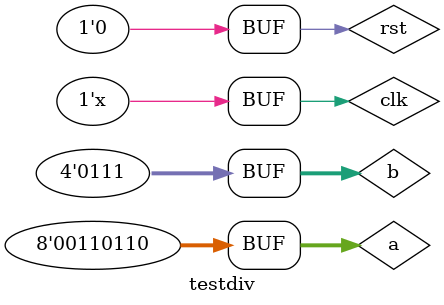
<source format=v>
`timescale 1ns / 1ps


module testdiv;

	// Inputs
	reg [7:0] a;
	reg [3:0] b;
	reg rst;
	reg clk;

	// Outputs
	wire ready_out;
	wire [7:0] qu;
	wire [3:0] rem;

	// Instantiate the Unit Under Test (UUT)
	divider uut (
		.a(a), 
		.b(b), 
		.rst(rst), 
		.ready_out(ready_out), 
		.qu(qu), 
		.rem(rem), 
		.clk(clk)
	);

	initial begin
		// Initialize Inputs
		a = 54;
		b = 7;
		clk = 0;
		rst = 0;
		
		#5
		
		rst = 1;
		
		#20
		
			rst = 0;
				
end
		// Wait 100 ns for global reset to finish
always #10 clk=~clk;
        
		// Add stimulus here

	
     

endmodule


</source>
